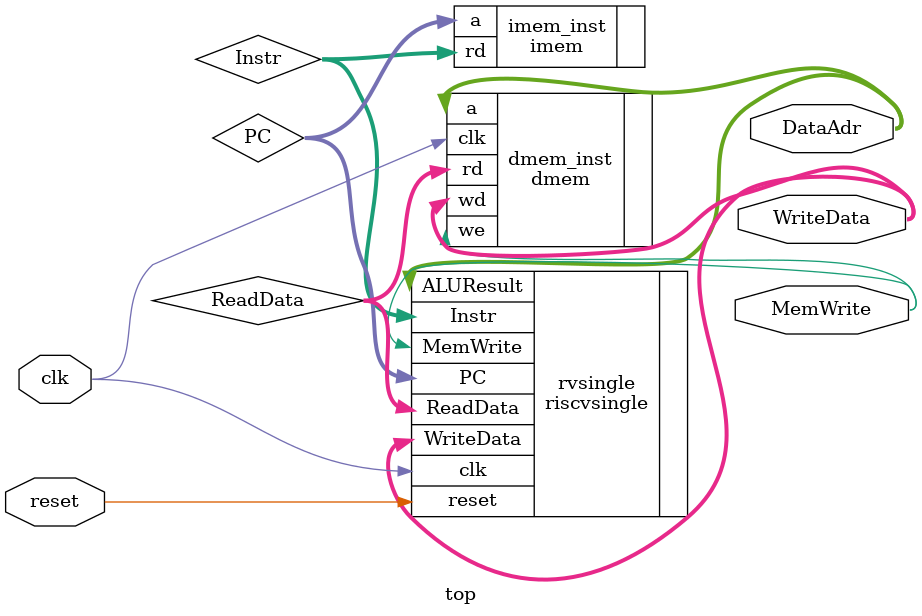
<source format=v>
module top(
    input clk,
    input reset,
    output [31:0] WriteData,
    output [31:0] DataAdr,
    output MemWrite
);

    wire [31:0] PC;
    wire [31:0] Instr;
    wire [31:0] ReadData;

    // instantiate processor and memories
    riscvsingle rvsingle(
        .clk(clk),
        .reset(reset),
        .PC(PC),
        .Instr(Instr),
        .MemWrite(MemWrite),
        .ALUResult(DataAdr),
        .WriteData(WriteData),
        .ReadData(ReadData)
    );

    imem imem_inst(
        .a(PC),
        .rd(Instr)
    );

    dmem dmem_inst(
        .clk(clk),
        .we(MemWrite),
        .a(DataAdr),
        .wd(WriteData),
        .rd(ReadData)
    );

endmodule

</source>
